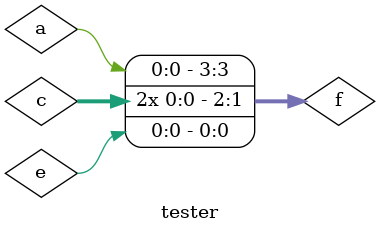
<source format=v>
module tester;

reg a , b , d , g ;wire c , e ;reg [ 3 : 0 ] f ;
and #(3) a1 ( c , a , b) ;or #(4) a2 ( e , c , d) ;assign f = {a , c, c , e } ;

endmodule
</source>
